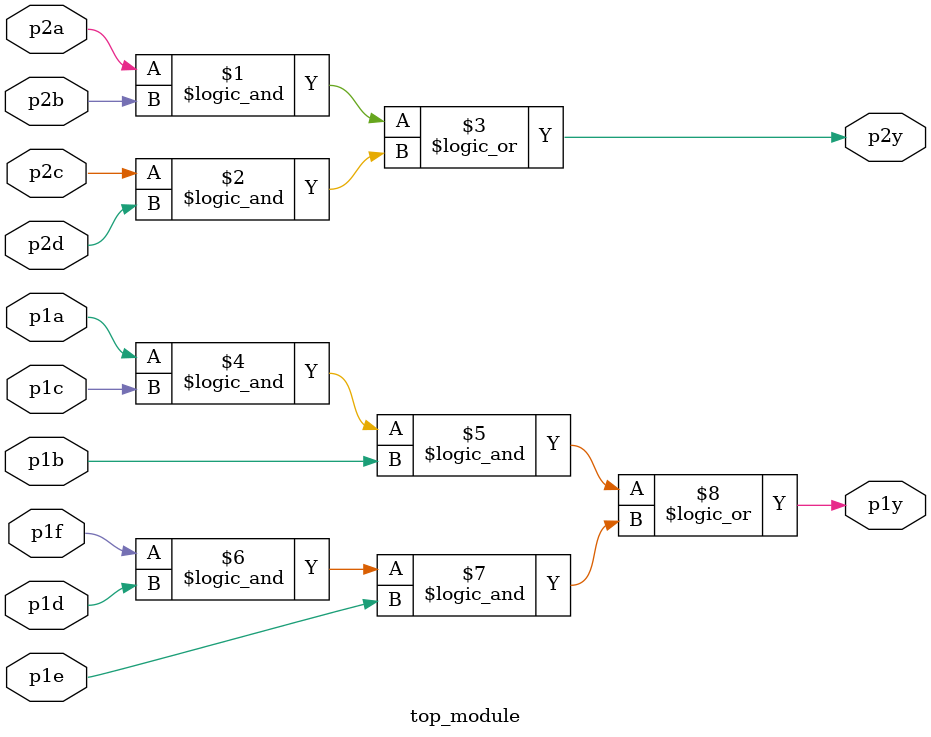
<source format=v>
module top_module ( 
    input p1a, p1b, p1c, p1d, p1e, p1f,
    output p1y,
    input p2a, p2b, p2c, p2d,
    output p2y );

    assign p2y = (p2a && p2b) || (p2c && p2d);
    
    assign p1y = (p1a && p1c && p1b) || ( p1f && p1d && p1e);
endmodule

</source>
